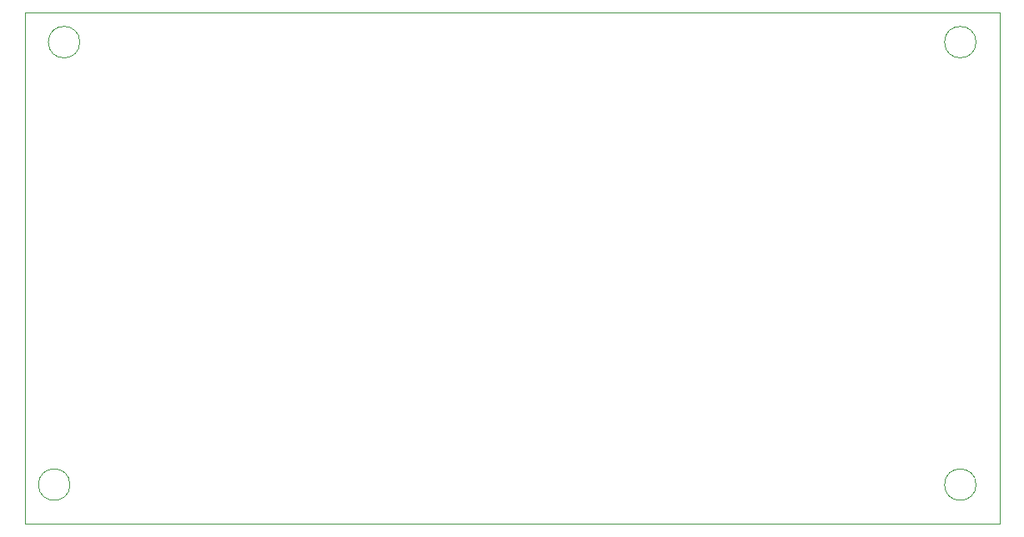
<source format=gm1>
%TF.GenerationSoftware,KiCad,Pcbnew,8.0.8*%
%TF.CreationDate,2025-06-29T12:39:58+09:00*%
%TF.ProjectId,EGSeparate,45475365-7061-4726-9174-652e6b696361,rev?*%
%TF.SameCoordinates,Original*%
%TF.FileFunction,Profile,NP*%
%FSLAX46Y46*%
G04 Gerber Fmt 4.6, Leading zero omitted, Abs format (unit mm)*
G04 Created by KiCad (PCBNEW 8.0.8) date 2025-06-29 12:39:58*
%MOMM*%
%LPD*%
G01*
G04 APERTURE LIST*
%TA.AperFunction,Profile*%
%ADD10C,0.050000*%
%TD*%
G04 APERTURE END LIST*
D10*
X166600000Y-77000000D02*
G75*
G02*
X163400000Y-77000000I-1600000J0D01*
G01*
X163400000Y-77000000D02*
G75*
G02*
X166600000Y-77000000I1600000J0D01*
G01*
X166600000Y-32000000D02*
G75*
G02*
X163400000Y-32000000I-1600000J0D01*
G01*
X163400000Y-32000000D02*
G75*
G02*
X166600000Y-32000000I1600000J0D01*
G01*
X75600000Y-32000000D02*
G75*
G02*
X72400000Y-32000000I-1600000J0D01*
G01*
X72400000Y-32000000D02*
G75*
G02*
X75600000Y-32000000I1600000J0D01*
G01*
X74600000Y-77000000D02*
G75*
G02*
X71400000Y-77000000I-1600000J0D01*
G01*
X71400000Y-77000000D02*
G75*
G02*
X74600000Y-77000000I1600000J0D01*
G01*
X70000000Y-29000000D02*
X169000000Y-29000000D01*
X169000000Y-81000000D01*
X70000000Y-81000000D01*
X70000000Y-29000000D01*
M02*

</source>
